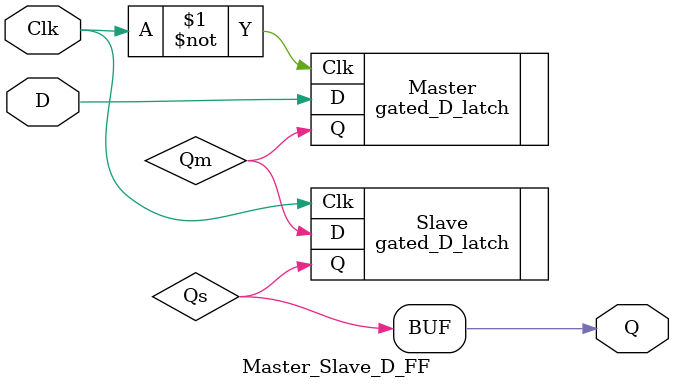
<source format=v>
module Master_Slave_D_FF(Clk, D, Q);
	input Clk, D;
	output Q;
	wire Qm, Qs;
	/*
	
	Master Latch는 Clk = 0에서 동작하고 Slave Latch는 Clk = 1에서 동작한다. 
	고로, 하나의 큰 FF으로 보았을 때, Clk이 0에서 1로 상승하는 순간 D 값이 Q로 전달되는 것과 같은 효과를 낸다.
	D 값과 상관 없이 Clk이 상승 엣지일 때만 동작한다.  Level 동작에서  Edge 동작하는 것처럼 만들 수 있다.
	Master에서의 Clk 신호를 반전하는게 아니라 Slave에서의 Clk을 반전해주면 하강엣지에서 동작하도록 만들 수 있다.
	*/
	gated_D_latch Master (.Clk(~Clk), .D(D), .Q(Qm));
	gated_D_latch Slave (.Clk(Clk), .D(Qm), .Q(Qs));
	
	assign Q = Qs;
	
endmodule
</source>
